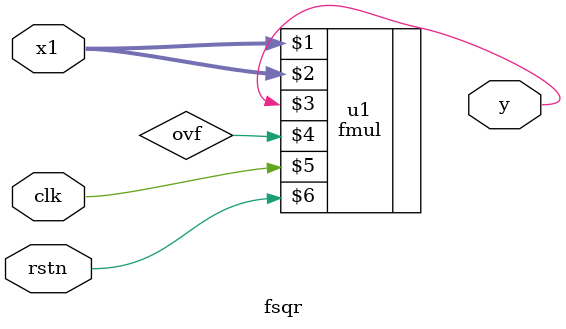
<source format=v>
`default_nettype none
module fsqr (
    input wire [31:0] x1,
    output wire y,
    input wire clk,
    input wire rstn);

wire ovf;
fmul u1(x1, x1, y, ovf, clk, rstn);

endmodule
`default_nettype wire
</source>
